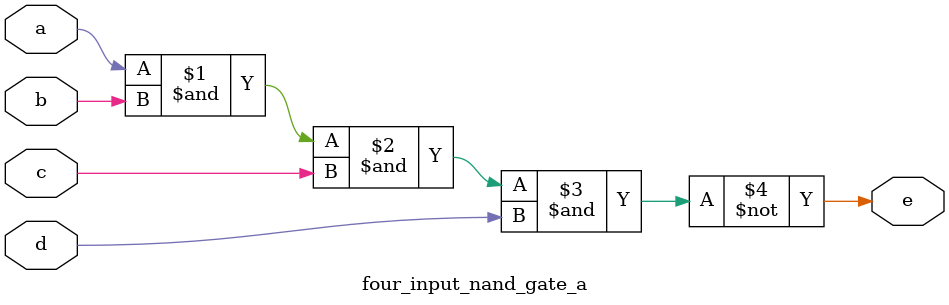
<source format=v>
`timescale 1ns / 1ps

module four_input_nand_gate_a(a, b, c, d, e);
    input a, b, c, d;
    output e;

    assign e = ~(a & b & c & d);

endmodule

</source>
